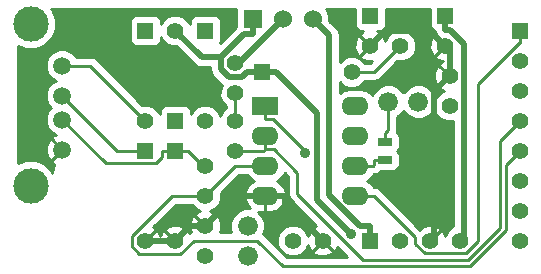
<source format=gbl>
G04 (created by PCBNEW (2013-mar-13)-testing) date Wed 17 Sep 2014 04:23:04 PM PDT*
%MOIN*%
G04 Gerber Fmt 3.4, Leading zero omitted, Abs format*
%FSLAX34Y34*%
G01*
G70*
G90*
G04 APERTURE LIST*
%ADD10C,0.005906*%
%ADD11R,0.055000X0.055000*%
%ADD12C,0.055000*%
%ADD13C,0.066000*%
%ADD14R,0.090000X0.062000*%
%ADD15O,0.090000X0.062000*%
%ADD16R,0.060000X0.060000*%
%ADD17C,0.060000*%
%ADD18C,0.059100*%
%ADD19C,0.118100*%
%ADD20R,0.045000X0.025000*%
%ADD21C,0.035000*%
%ADD22C,0.020000*%
%ADD23C,0.010000*%
G04 APERTURE END LIST*
G54D10*
G54D11*
X56000Y-36500D03*
G54D12*
X56000Y-37500D03*
X50917Y-44000D03*
X51917Y-44000D03*
G54D11*
X46000Y-37000D03*
G54D12*
X46000Y-40000D03*
G54D11*
X46000Y-41000D03*
G54D12*
X46000Y-44000D03*
G54D11*
X47000Y-41000D03*
G54D12*
X47000Y-44000D03*
G54D11*
X49877Y-38385D03*
G54D12*
X52877Y-38385D03*
G54D13*
X54106Y-39370D03*
X55106Y-39370D03*
G54D11*
X48000Y-37000D03*
G54D12*
X48000Y-40000D03*
G54D11*
X47000Y-40000D03*
G54D12*
X47000Y-37000D03*
G54D13*
X49409Y-43500D03*
X49409Y-44500D03*
G54D14*
X50000Y-39500D03*
G54D15*
X50000Y-40500D03*
X50000Y-41500D03*
X50000Y-42500D03*
X53000Y-42500D03*
X53000Y-41500D03*
X53000Y-40500D03*
X53000Y-39500D03*
G54D16*
X49590Y-36614D03*
G54D17*
X50590Y-36614D03*
X51590Y-36614D03*
G54D18*
X43228Y-40966D03*
X43228Y-39966D03*
X43228Y-39166D03*
X43228Y-38166D03*
G54D19*
X42178Y-42166D03*
X42178Y-36766D03*
G54D11*
X58500Y-37000D03*
G54D12*
X58500Y-38000D03*
X58500Y-39000D03*
X58500Y-40000D03*
X58500Y-41000D03*
X58500Y-42000D03*
X58500Y-43000D03*
X58500Y-44000D03*
G54D11*
X53500Y-44000D03*
G54D12*
X54500Y-44000D03*
X55500Y-44000D03*
X56500Y-44000D03*
X49000Y-38082D03*
X49000Y-39082D03*
X49000Y-40000D03*
X49000Y-41000D03*
X48000Y-41500D03*
X48000Y-42500D03*
X56141Y-39500D03*
X56141Y-38500D03*
X48000Y-43500D03*
X48000Y-44500D03*
G54D20*
X54000Y-41300D03*
X54000Y-40700D03*
G54D11*
X53500Y-36500D03*
G54D12*
X53500Y-37500D03*
X54500Y-37500D03*
G54D21*
X52853Y-43774D03*
X51334Y-41081D03*
G54D22*
X52128Y-37151D02*
X51590Y-36614D01*
X52128Y-42489D02*
X52128Y-37151D01*
X53163Y-43524D02*
X52128Y-42489D01*
X53500Y-43524D02*
X53163Y-43524D01*
X53500Y-44000D02*
X53500Y-43524D01*
X49590Y-36614D02*
X49590Y-37114D01*
X49877Y-38385D02*
X49402Y-38385D01*
X47879Y-37879D02*
X47000Y-37000D01*
X48512Y-37879D02*
X47879Y-37879D01*
X49277Y-37114D02*
X48512Y-37879D01*
X49590Y-37114D02*
X49277Y-37114D01*
X49230Y-38558D02*
X49402Y-38385D01*
X48786Y-38558D02*
X49230Y-38558D01*
X48512Y-38283D02*
X48786Y-38558D01*
X48512Y-37879D02*
X48512Y-38283D01*
X49877Y-38385D02*
X50353Y-38385D01*
X51719Y-39752D02*
X50353Y-38385D01*
X51719Y-42641D02*
X51719Y-39752D01*
X52853Y-43774D02*
X51719Y-42641D01*
X50650Y-42732D02*
X51917Y-44000D01*
X50650Y-42500D02*
X50650Y-42732D01*
X50000Y-42500D02*
X50650Y-42500D01*
X47500Y-43500D02*
X48000Y-43500D01*
X47000Y-44000D02*
X47500Y-43500D01*
X49000Y-42500D02*
X50000Y-42500D01*
X48000Y-43500D02*
X49000Y-42500D01*
X46000Y-44000D02*
X47000Y-44000D01*
X55507Y-37007D02*
X56000Y-37500D01*
X53992Y-37007D02*
X55507Y-37007D01*
X53500Y-37500D02*
X53992Y-37007D01*
X56141Y-37641D02*
X56141Y-38500D01*
X56000Y-37500D02*
X56141Y-37641D01*
X55636Y-39005D02*
X56141Y-38500D01*
X55636Y-43863D02*
X55636Y-39005D01*
X55500Y-44000D02*
X55636Y-43863D01*
G54D23*
X54106Y-40318D02*
X54106Y-39370D01*
X54000Y-40424D02*
X54106Y-40318D01*
X54000Y-40700D02*
X54000Y-40424D01*
X49000Y-41500D02*
X48000Y-42500D01*
X50000Y-41500D02*
X49000Y-41500D01*
X58025Y-41474D02*
X58500Y-41000D01*
X58025Y-43648D02*
X58025Y-41474D01*
X56828Y-44845D02*
X58025Y-43648D01*
X50584Y-44845D02*
X56828Y-44845D01*
X49738Y-44000D02*
X50584Y-44845D01*
X47610Y-44000D02*
X49738Y-44000D01*
X47174Y-44435D02*
X47610Y-44000D01*
X45790Y-44435D02*
X47174Y-44435D01*
X45551Y-44196D02*
X45790Y-44435D01*
X45551Y-43841D02*
X45551Y-44196D01*
X46893Y-42500D02*
X45551Y-43841D01*
X48000Y-42500D02*
X46893Y-42500D01*
X53614Y-38385D02*
X52877Y-38385D01*
X54500Y-37500D02*
X53614Y-38385D01*
X47925Y-41500D02*
X47425Y-41000D01*
X48000Y-41500D02*
X47925Y-41500D01*
X47000Y-41000D02*
X47425Y-41000D01*
X46574Y-41212D02*
X46574Y-41000D01*
X46362Y-41425D02*
X46574Y-41212D01*
X44686Y-41425D02*
X46362Y-41425D01*
X43228Y-39966D02*
X44686Y-41425D01*
X47000Y-41000D02*
X46574Y-41000D01*
X49000Y-40000D02*
X49000Y-39082D01*
X45061Y-41000D02*
X43228Y-39166D01*
X46000Y-41000D02*
X45061Y-41000D01*
X50274Y-39960D02*
X50000Y-39960D01*
X51334Y-41019D02*
X50274Y-39960D01*
X51334Y-41081D02*
X51334Y-41019D01*
X50000Y-39500D02*
X50000Y-39960D01*
X49960Y-41000D02*
X50000Y-40960D01*
X49000Y-41000D02*
X49960Y-41000D01*
X50000Y-40500D02*
X50000Y-40960D01*
X50275Y-40960D02*
X50000Y-40960D01*
X51058Y-41743D02*
X50275Y-40960D01*
X51058Y-42450D02*
X51058Y-41743D01*
X53253Y-44645D02*
X51058Y-42450D01*
X56745Y-44645D02*
X53253Y-44645D01*
X57825Y-43566D02*
X56745Y-44645D01*
X57825Y-40674D02*
X57825Y-43566D01*
X58500Y-40000D02*
X57825Y-40674D01*
X44166Y-38166D02*
X46000Y-40000D01*
X43228Y-38166D02*
X44166Y-38166D01*
X58500Y-37000D02*
X58500Y-37425D01*
X53617Y-42500D02*
X53000Y-42500D01*
X55000Y-43882D02*
X53617Y-42500D01*
X55000Y-44102D02*
X55000Y-43882D01*
X55325Y-44428D02*
X55000Y-44102D01*
X56679Y-44428D02*
X55325Y-44428D01*
X57095Y-44012D02*
X56679Y-44428D01*
X57095Y-38776D02*
X57095Y-44012D01*
X58446Y-37425D02*
X57095Y-38776D01*
X58500Y-37425D02*
X58446Y-37425D01*
X53624Y-41475D02*
X53600Y-41500D01*
X53624Y-41300D02*
X53624Y-41475D01*
X53000Y-41500D02*
X53600Y-41500D01*
X54000Y-41300D02*
X53624Y-41300D01*
G54D22*
X49122Y-38082D02*
X50590Y-36614D01*
X49000Y-38082D02*
X49122Y-38082D01*
X56000Y-36500D02*
X56000Y-36975D01*
X56620Y-43879D02*
X56500Y-44000D01*
X56620Y-37446D02*
X56620Y-43879D01*
X56148Y-36975D02*
X56620Y-37446D01*
X56000Y-36975D02*
X56148Y-36975D01*
G54D10*
G36*
X49040Y-36860D02*
X49030Y-36866D01*
X48491Y-37405D01*
X48525Y-37324D01*
X48525Y-37225D01*
X48525Y-36675D01*
X48486Y-36583D01*
X48416Y-36513D01*
X48324Y-36475D01*
X48225Y-36475D01*
X47675Y-36475D01*
X47583Y-36513D01*
X47513Y-36583D01*
X47475Y-36675D01*
X47475Y-36774D01*
X47475Y-36774D01*
X47445Y-36703D01*
X47297Y-36555D01*
X47104Y-36475D01*
X46896Y-36474D01*
X46703Y-36554D01*
X46555Y-36702D01*
X46525Y-36774D01*
X46525Y-36675D01*
X46486Y-36583D01*
X46416Y-36513D01*
X46324Y-36475D01*
X46225Y-36475D01*
X45675Y-36475D01*
X45583Y-36513D01*
X45513Y-36583D01*
X45475Y-36675D01*
X45475Y-36774D01*
X45475Y-37324D01*
X45513Y-37416D01*
X45583Y-37486D01*
X45675Y-37525D01*
X45774Y-37525D01*
X46324Y-37525D01*
X46416Y-37486D01*
X46486Y-37416D01*
X46525Y-37324D01*
X46525Y-37225D01*
X46525Y-37225D01*
X46554Y-37297D01*
X46702Y-37444D01*
X46895Y-37524D01*
X47030Y-37525D01*
X47632Y-38127D01*
X47745Y-38203D01*
X47879Y-38229D01*
X48162Y-38229D01*
X48162Y-38283D01*
X48189Y-38417D01*
X48264Y-38531D01*
X48539Y-38805D01*
X48544Y-38809D01*
X48475Y-38977D01*
X48474Y-39186D01*
X48554Y-39379D01*
X48700Y-39525D01*
X48700Y-39557D01*
X48555Y-39702D01*
X48499Y-39835D01*
X48445Y-39703D01*
X48297Y-39555D01*
X48104Y-39475D01*
X47896Y-39474D01*
X47703Y-39554D01*
X47555Y-39702D01*
X47525Y-39774D01*
X47525Y-39675D01*
X47486Y-39583D01*
X47416Y-39513D01*
X47324Y-39475D01*
X47225Y-39475D01*
X46675Y-39475D01*
X46583Y-39513D01*
X46513Y-39583D01*
X46475Y-39675D01*
X46475Y-39774D01*
X46475Y-39774D01*
X46445Y-39703D01*
X46297Y-39555D01*
X46104Y-39475D01*
X45899Y-39474D01*
X44379Y-37954D01*
X44281Y-37889D01*
X44166Y-37866D01*
X43694Y-37866D01*
X43691Y-37858D01*
X43537Y-37704D01*
X43337Y-37621D01*
X43120Y-37621D01*
X42919Y-37704D01*
X42766Y-37857D01*
X42682Y-38057D01*
X42682Y-38274D01*
X42765Y-38475D01*
X42918Y-38629D01*
X43009Y-38666D01*
X42919Y-38704D01*
X42766Y-38857D01*
X42682Y-39057D01*
X42682Y-39274D01*
X42765Y-39475D01*
X42856Y-39566D01*
X42766Y-39657D01*
X42682Y-39857D01*
X42682Y-40074D01*
X42765Y-40275D01*
X42918Y-40429D01*
X43008Y-40466D01*
X42937Y-40492D01*
X42901Y-40516D01*
X42879Y-40617D01*
X43228Y-40966D01*
X43233Y-40961D01*
X43234Y-40961D01*
X43228Y-40966D01*
X43234Y-40972D01*
X43233Y-40972D01*
X43228Y-40967D01*
X43228Y-40967D01*
X43228Y-40966D01*
X42879Y-40617D01*
X42778Y-40640D01*
X42687Y-40837D01*
X42679Y-41054D01*
X42754Y-41257D01*
X42778Y-41293D01*
X42879Y-41315D01*
X43228Y-40966D01*
X43228Y-40967D01*
X42879Y-41316D01*
X42901Y-41417D01*
X42959Y-41443D01*
X42908Y-41568D01*
X42907Y-41731D01*
X42891Y-41691D01*
X42655Y-41454D01*
X42346Y-41326D01*
X42011Y-41326D01*
X41769Y-41426D01*
X41769Y-37507D01*
X42010Y-37607D01*
X42344Y-37607D01*
X42653Y-37479D01*
X42890Y-37243D01*
X43018Y-36934D01*
X43018Y-36600D01*
X42891Y-36291D01*
X42869Y-36269D01*
X49040Y-36269D01*
X49040Y-36363D01*
X49040Y-36860D01*
X49040Y-36860D01*
G37*
G54D23*
X49040Y-36860D02*
X49030Y-36866D01*
X48491Y-37405D01*
X48525Y-37324D01*
X48525Y-37225D01*
X48525Y-36675D01*
X48486Y-36583D01*
X48416Y-36513D01*
X48324Y-36475D01*
X48225Y-36475D01*
X47675Y-36475D01*
X47583Y-36513D01*
X47513Y-36583D01*
X47475Y-36675D01*
X47475Y-36774D01*
X47475Y-36774D01*
X47445Y-36703D01*
X47297Y-36555D01*
X47104Y-36475D01*
X46896Y-36474D01*
X46703Y-36554D01*
X46555Y-36702D01*
X46525Y-36774D01*
X46525Y-36675D01*
X46486Y-36583D01*
X46416Y-36513D01*
X46324Y-36475D01*
X46225Y-36475D01*
X45675Y-36475D01*
X45583Y-36513D01*
X45513Y-36583D01*
X45475Y-36675D01*
X45475Y-36774D01*
X45475Y-37324D01*
X45513Y-37416D01*
X45583Y-37486D01*
X45675Y-37525D01*
X45774Y-37525D01*
X46324Y-37525D01*
X46416Y-37486D01*
X46486Y-37416D01*
X46525Y-37324D01*
X46525Y-37225D01*
X46525Y-37225D01*
X46554Y-37297D01*
X46702Y-37444D01*
X46895Y-37524D01*
X47030Y-37525D01*
X47632Y-38127D01*
X47745Y-38203D01*
X47879Y-38229D01*
X48162Y-38229D01*
X48162Y-38283D01*
X48189Y-38417D01*
X48264Y-38531D01*
X48539Y-38805D01*
X48544Y-38809D01*
X48475Y-38977D01*
X48474Y-39186D01*
X48554Y-39379D01*
X48700Y-39525D01*
X48700Y-39557D01*
X48555Y-39702D01*
X48499Y-39835D01*
X48445Y-39703D01*
X48297Y-39555D01*
X48104Y-39475D01*
X47896Y-39474D01*
X47703Y-39554D01*
X47555Y-39702D01*
X47525Y-39774D01*
X47525Y-39675D01*
X47486Y-39583D01*
X47416Y-39513D01*
X47324Y-39475D01*
X47225Y-39475D01*
X46675Y-39475D01*
X46583Y-39513D01*
X46513Y-39583D01*
X46475Y-39675D01*
X46475Y-39774D01*
X46475Y-39774D01*
X46445Y-39703D01*
X46297Y-39555D01*
X46104Y-39475D01*
X45899Y-39474D01*
X44379Y-37954D01*
X44281Y-37889D01*
X44166Y-37866D01*
X43694Y-37866D01*
X43691Y-37858D01*
X43537Y-37704D01*
X43337Y-37621D01*
X43120Y-37621D01*
X42919Y-37704D01*
X42766Y-37857D01*
X42682Y-38057D01*
X42682Y-38274D01*
X42765Y-38475D01*
X42918Y-38629D01*
X43009Y-38666D01*
X42919Y-38704D01*
X42766Y-38857D01*
X42682Y-39057D01*
X42682Y-39274D01*
X42765Y-39475D01*
X42856Y-39566D01*
X42766Y-39657D01*
X42682Y-39857D01*
X42682Y-40074D01*
X42765Y-40275D01*
X42918Y-40429D01*
X43008Y-40466D01*
X42937Y-40492D01*
X42901Y-40516D01*
X42879Y-40617D01*
X43228Y-40966D01*
X43233Y-40961D01*
X43234Y-40961D01*
X43228Y-40966D01*
X43234Y-40972D01*
X43233Y-40972D01*
X43228Y-40967D01*
X43228Y-40967D01*
X43228Y-40966D01*
X42879Y-40617D01*
X42778Y-40640D01*
X42687Y-40837D01*
X42679Y-41054D01*
X42754Y-41257D01*
X42778Y-41293D01*
X42879Y-41315D01*
X43228Y-40966D01*
X43228Y-40967D01*
X42879Y-41316D01*
X42901Y-41417D01*
X42959Y-41443D01*
X42908Y-41568D01*
X42907Y-41731D01*
X42891Y-41691D01*
X42655Y-41454D01*
X42346Y-41326D01*
X42011Y-41326D01*
X41769Y-41426D01*
X41769Y-37507D01*
X42010Y-37607D01*
X42344Y-37607D01*
X42653Y-37479D01*
X42890Y-37243D01*
X43018Y-36934D01*
X43018Y-36600D01*
X42891Y-36291D01*
X42869Y-36269D01*
X49040Y-36269D01*
X49040Y-36363D01*
X49040Y-36860D01*
G54D10*
G36*
X52729Y-44545D02*
X52251Y-44545D01*
X52251Y-44334D01*
X51917Y-44000D01*
X51917Y-44000D01*
X51917Y-44000D01*
X51582Y-43665D01*
X51484Y-43685D01*
X51416Y-43832D01*
X51362Y-43703D01*
X51215Y-43555D01*
X51022Y-43475D01*
X50813Y-43474D01*
X50693Y-43524D01*
X50693Y-42587D01*
X50637Y-42500D01*
X50000Y-42500D01*
X50000Y-43060D01*
X50140Y-43060D01*
X50354Y-43017D01*
X50536Y-42895D01*
X50657Y-42714D01*
X50693Y-42587D01*
X50693Y-43524D01*
X50620Y-43554D01*
X50472Y-43702D01*
X50392Y-43895D01*
X50392Y-44103D01*
X50471Y-44297D01*
X50619Y-44444D01*
X50812Y-44524D01*
X51021Y-44525D01*
X51214Y-44445D01*
X51362Y-44297D01*
X51417Y-44163D01*
X51461Y-44279D01*
X51484Y-44314D01*
X51582Y-44334D01*
X51917Y-44000D01*
X51917Y-44000D01*
X51583Y-44334D01*
X51602Y-44433D01*
X51792Y-44520D01*
X52001Y-44528D01*
X52197Y-44456D01*
X52231Y-44433D01*
X52251Y-44334D01*
X52251Y-44545D01*
X50708Y-44545D01*
X49950Y-43787D01*
X49924Y-43770D01*
X49989Y-43615D01*
X49989Y-43385D01*
X49901Y-43171D01*
X49772Y-43042D01*
X49859Y-43060D01*
X49999Y-43060D01*
X49999Y-42500D01*
X49362Y-42500D01*
X49306Y-42587D01*
X49342Y-42714D01*
X49463Y-42895D01*
X49500Y-42920D01*
X49294Y-42919D01*
X49081Y-43008D01*
X48918Y-43171D01*
X48829Y-43384D01*
X48829Y-43614D01*
X48864Y-43700D01*
X48485Y-43700D01*
X48520Y-43624D01*
X48528Y-43416D01*
X48456Y-43220D01*
X48433Y-43185D01*
X48334Y-43165D01*
X48000Y-43500D01*
X48005Y-43505D01*
X48005Y-43505D01*
X48000Y-43500D01*
X47994Y-43505D01*
X47994Y-43505D01*
X47999Y-43500D01*
X47665Y-43165D01*
X47566Y-43185D01*
X47479Y-43375D01*
X47471Y-43583D01*
X47520Y-43717D01*
X47495Y-43722D01*
X47464Y-43743D01*
X47456Y-43720D01*
X47433Y-43685D01*
X47334Y-43665D01*
X47334Y-43666D01*
X47334Y-43665D01*
X47314Y-43566D01*
X47124Y-43479D01*
X46916Y-43471D01*
X46720Y-43543D01*
X46685Y-43566D01*
X46665Y-43665D01*
X47000Y-43999D01*
X47334Y-43665D01*
X47334Y-43666D01*
X47000Y-44000D01*
X47005Y-44005D01*
X47005Y-44005D01*
X47000Y-44000D01*
X46994Y-44005D01*
X46994Y-44005D01*
X46999Y-44000D01*
X46665Y-43665D01*
X46566Y-43685D01*
X46498Y-43834D01*
X46456Y-43720D01*
X46433Y-43685D01*
X46334Y-43665D01*
X46000Y-44000D01*
X46005Y-44005D01*
X46005Y-44005D01*
X46000Y-44000D01*
X45994Y-44005D01*
X45994Y-44005D01*
X45999Y-44000D01*
X45994Y-43994D01*
X45994Y-43994D01*
X46000Y-43999D01*
X46334Y-43665D01*
X46314Y-43566D01*
X46271Y-43546D01*
X47017Y-42800D01*
X47557Y-42800D01*
X47702Y-42944D01*
X47836Y-43000D01*
X47720Y-43043D01*
X47685Y-43066D01*
X47665Y-43165D01*
X48000Y-43499D01*
X48334Y-43165D01*
X48314Y-43066D01*
X48167Y-42998D01*
X48297Y-42945D01*
X48444Y-42797D01*
X48524Y-42604D01*
X48525Y-42399D01*
X49124Y-41800D01*
X49386Y-41800D01*
X49450Y-41895D01*
X49612Y-42004D01*
X49463Y-42104D01*
X49342Y-42285D01*
X49306Y-42412D01*
X49362Y-42499D01*
X49999Y-42499D01*
X49999Y-42491D01*
X50000Y-42491D01*
X50000Y-42499D01*
X50637Y-42499D01*
X50693Y-42412D01*
X50657Y-42285D01*
X50536Y-42104D01*
X50387Y-42004D01*
X50549Y-41895D01*
X50644Y-41753D01*
X50758Y-41867D01*
X50758Y-42450D01*
X50781Y-42565D01*
X50846Y-42662D01*
X51703Y-43519D01*
X51637Y-43543D01*
X51602Y-43566D01*
X51583Y-43665D01*
X51917Y-43999D01*
X51922Y-43994D01*
X51923Y-43994D01*
X51917Y-44000D01*
X52251Y-44334D01*
X52350Y-44314D01*
X52397Y-44213D01*
X52729Y-44545D01*
X52729Y-44545D01*
G37*
G54D23*
X52729Y-44545D02*
X52251Y-44545D01*
X52251Y-44334D01*
X51917Y-44000D01*
X51917Y-44000D01*
X51917Y-44000D01*
X51582Y-43665D01*
X51484Y-43685D01*
X51416Y-43832D01*
X51362Y-43703D01*
X51215Y-43555D01*
X51022Y-43475D01*
X50813Y-43474D01*
X50693Y-43524D01*
X50693Y-42587D01*
X50637Y-42500D01*
X50000Y-42500D01*
X50000Y-43060D01*
X50140Y-43060D01*
X50354Y-43017D01*
X50536Y-42895D01*
X50657Y-42714D01*
X50693Y-42587D01*
X50693Y-43524D01*
X50620Y-43554D01*
X50472Y-43702D01*
X50392Y-43895D01*
X50392Y-44103D01*
X50471Y-44297D01*
X50619Y-44444D01*
X50812Y-44524D01*
X51021Y-44525D01*
X51214Y-44445D01*
X51362Y-44297D01*
X51417Y-44163D01*
X51461Y-44279D01*
X51484Y-44314D01*
X51582Y-44334D01*
X51917Y-44000D01*
X51917Y-44000D01*
X51583Y-44334D01*
X51602Y-44433D01*
X51792Y-44520D01*
X52001Y-44528D01*
X52197Y-44456D01*
X52231Y-44433D01*
X52251Y-44334D01*
X52251Y-44545D01*
X50708Y-44545D01*
X49950Y-43787D01*
X49924Y-43770D01*
X49989Y-43615D01*
X49989Y-43385D01*
X49901Y-43171D01*
X49772Y-43042D01*
X49859Y-43060D01*
X49999Y-43060D01*
X49999Y-42500D01*
X49362Y-42500D01*
X49306Y-42587D01*
X49342Y-42714D01*
X49463Y-42895D01*
X49500Y-42920D01*
X49294Y-42919D01*
X49081Y-43008D01*
X48918Y-43171D01*
X48829Y-43384D01*
X48829Y-43614D01*
X48864Y-43700D01*
X48485Y-43700D01*
X48520Y-43624D01*
X48528Y-43416D01*
X48456Y-43220D01*
X48433Y-43185D01*
X48334Y-43165D01*
X48000Y-43500D01*
X48005Y-43505D01*
X48005Y-43505D01*
X48000Y-43500D01*
X47994Y-43505D01*
X47994Y-43505D01*
X47999Y-43500D01*
X47665Y-43165D01*
X47566Y-43185D01*
X47479Y-43375D01*
X47471Y-43583D01*
X47520Y-43717D01*
X47495Y-43722D01*
X47464Y-43743D01*
X47456Y-43720D01*
X47433Y-43685D01*
X47334Y-43665D01*
X47334Y-43666D01*
X47334Y-43665D01*
X47314Y-43566D01*
X47124Y-43479D01*
X46916Y-43471D01*
X46720Y-43543D01*
X46685Y-43566D01*
X46665Y-43665D01*
X47000Y-43999D01*
X47334Y-43665D01*
X47334Y-43666D01*
X47000Y-44000D01*
X47005Y-44005D01*
X47005Y-44005D01*
X47000Y-44000D01*
X46994Y-44005D01*
X46994Y-44005D01*
X46999Y-44000D01*
X46665Y-43665D01*
X46566Y-43685D01*
X46498Y-43834D01*
X46456Y-43720D01*
X46433Y-43685D01*
X46334Y-43665D01*
X46000Y-44000D01*
X46005Y-44005D01*
X46005Y-44005D01*
X46000Y-44000D01*
X45994Y-44005D01*
X45994Y-44005D01*
X45999Y-44000D01*
X45994Y-43994D01*
X45994Y-43994D01*
X46000Y-43999D01*
X46334Y-43665D01*
X46314Y-43566D01*
X46271Y-43546D01*
X47017Y-42800D01*
X47557Y-42800D01*
X47702Y-42944D01*
X47836Y-43000D01*
X47720Y-43043D01*
X47685Y-43066D01*
X47665Y-43165D01*
X48000Y-43499D01*
X48334Y-43165D01*
X48314Y-43066D01*
X48167Y-42998D01*
X48297Y-42945D01*
X48444Y-42797D01*
X48524Y-42604D01*
X48525Y-42399D01*
X49124Y-41800D01*
X49386Y-41800D01*
X49450Y-41895D01*
X49612Y-42004D01*
X49463Y-42104D01*
X49342Y-42285D01*
X49306Y-42412D01*
X49362Y-42499D01*
X49999Y-42499D01*
X49999Y-42491D01*
X50000Y-42491D01*
X50000Y-42499D01*
X50637Y-42499D01*
X50693Y-42412D01*
X50657Y-42285D01*
X50536Y-42104D01*
X50387Y-42004D01*
X50549Y-41895D01*
X50644Y-41753D01*
X50758Y-41867D01*
X50758Y-42450D01*
X50781Y-42565D01*
X50846Y-42662D01*
X51703Y-43519D01*
X51637Y-43543D01*
X51602Y-43566D01*
X51583Y-43665D01*
X51917Y-43999D01*
X51922Y-43994D01*
X51923Y-43994D01*
X51917Y-44000D01*
X52251Y-44334D01*
X52350Y-44314D01*
X52397Y-44213D01*
X52729Y-44545D01*
G54D10*
G36*
X56147Y-38505D02*
X56147Y-38505D01*
X56141Y-38500D01*
X56141Y-38500D01*
X56141Y-38500D01*
X55807Y-38165D01*
X55708Y-38185D01*
X55621Y-38375D01*
X55613Y-38583D01*
X55685Y-38779D01*
X55708Y-38814D01*
X55807Y-38834D01*
X56141Y-38500D01*
X56141Y-38500D01*
X55807Y-38834D01*
X55827Y-38933D01*
X55974Y-39001D01*
X55844Y-39054D01*
X55696Y-39202D01*
X55680Y-39241D01*
X55598Y-39041D01*
X55435Y-38878D01*
X55222Y-38790D01*
X54991Y-38789D01*
X54778Y-38878D01*
X54614Y-39041D01*
X54606Y-39061D01*
X54598Y-39041D01*
X54435Y-38878D01*
X54222Y-38790D01*
X53991Y-38789D01*
X53778Y-38878D01*
X53614Y-39041D01*
X53573Y-39140D01*
X53549Y-39104D01*
X53368Y-38982D01*
X53153Y-38940D01*
X52846Y-38940D01*
X52631Y-38982D01*
X52478Y-39085D01*
X52478Y-38728D01*
X52580Y-38830D01*
X52773Y-38910D01*
X52981Y-38910D01*
X53174Y-38831D01*
X53320Y-38685D01*
X53614Y-38685D01*
X53614Y-38685D01*
X53728Y-38662D01*
X53728Y-38662D01*
X53826Y-38597D01*
X54399Y-38024D01*
X54603Y-38025D01*
X54797Y-37945D01*
X54944Y-37797D01*
X55024Y-37604D01*
X55025Y-37396D01*
X54945Y-37203D01*
X54797Y-37055D01*
X54604Y-36975D01*
X54396Y-36974D01*
X54203Y-37054D01*
X54055Y-37202D01*
X53999Y-37336D01*
X53956Y-37220D01*
X53933Y-37185D01*
X53834Y-37165D01*
X53500Y-37500D01*
X53505Y-37505D01*
X53505Y-37505D01*
X53500Y-37500D01*
X53499Y-37500D01*
X53499Y-37500D01*
X53165Y-37165D01*
X53066Y-37185D01*
X52979Y-37375D01*
X52971Y-37583D01*
X53043Y-37779D01*
X53066Y-37814D01*
X53165Y-37834D01*
X53499Y-37500D01*
X53499Y-37500D01*
X53165Y-37834D01*
X53185Y-37933D01*
X53375Y-38020D01*
X53548Y-38027D01*
X53489Y-38085D01*
X53320Y-38085D01*
X53175Y-37941D01*
X52982Y-37860D01*
X52773Y-37860D01*
X52580Y-37940D01*
X52478Y-38042D01*
X52478Y-37151D01*
X52451Y-37017D01*
X52451Y-37017D01*
X52375Y-36904D01*
X52140Y-36669D01*
X52140Y-36505D01*
X52057Y-36303D01*
X52023Y-36269D01*
X52975Y-36269D01*
X52975Y-36274D01*
X52975Y-36824D01*
X53013Y-36916D01*
X53083Y-36986D01*
X53175Y-37025D01*
X53270Y-37025D01*
X53220Y-37043D01*
X53185Y-37066D01*
X53165Y-37165D01*
X53500Y-37499D01*
X53834Y-37165D01*
X53814Y-37066D01*
X53723Y-37025D01*
X53824Y-37025D01*
X53916Y-36986D01*
X53986Y-36916D01*
X54025Y-36824D01*
X54025Y-36725D01*
X54025Y-36269D01*
X55475Y-36269D01*
X55475Y-36274D01*
X55475Y-36824D01*
X55513Y-36916D01*
X55583Y-36986D01*
X55658Y-37018D01*
X55676Y-37109D01*
X55676Y-37109D01*
X55665Y-37165D01*
X56000Y-37499D01*
X56005Y-37494D01*
X56005Y-37494D01*
X56000Y-37500D01*
X56005Y-37505D01*
X56005Y-37505D01*
X56000Y-37500D01*
X55999Y-37500D01*
X55999Y-37500D01*
X55665Y-37165D01*
X55566Y-37185D01*
X55479Y-37375D01*
X55471Y-37583D01*
X55543Y-37779D01*
X55566Y-37814D01*
X55665Y-37834D01*
X55999Y-37500D01*
X55999Y-37500D01*
X55665Y-37834D01*
X55685Y-37933D01*
X55875Y-38020D01*
X55919Y-38022D01*
X55861Y-38043D01*
X55827Y-38066D01*
X55807Y-38165D01*
X56141Y-38499D01*
X56147Y-38494D01*
X56147Y-38494D01*
X56142Y-38500D01*
X56147Y-38505D01*
X56147Y-38505D01*
G37*
G54D23*
X56147Y-38505D02*
X56147Y-38505D01*
X56141Y-38500D01*
X56141Y-38500D01*
X56141Y-38500D01*
X55807Y-38165D01*
X55708Y-38185D01*
X55621Y-38375D01*
X55613Y-38583D01*
X55685Y-38779D01*
X55708Y-38814D01*
X55807Y-38834D01*
X56141Y-38500D01*
X56141Y-38500D01*
X55807Y-38834D01*
X55827Y-38933D01*
X55974Y-39001D01*
X55844Y-39054D01*
X55696Y-39202D01*
X55680Y-39241D01*
X55598Y-39041D01*
X55435Y-38878D01*
X55222Y-38790D01*
X54991Y-38789D01*
X54778Y-38878D01*
X54614Y-39041D01*
X54606Y-39061D01*
X54598Y-39041D01*
X54435Y-38878D01*
X54222Y-38790D01*
X53991Y-38789D01*
X53778Y-38878D01*
X53614Y-39041D01*
X53573Y-39140D01*
X53549Y-39104D01*
X53368Y-38982D01*
X53153Y-38940D01*
X52846Y-38940D01*
X52631Y-38982D01*
X52478Y-39085D01*
X52478Y-38728D01*
X52580Y-38830D01*
X52773Y-38910D01*
X52981Y-38910D01*
X53174Y-38831D01*
X53320Y-38685D01*
X53614Y-38685D01*
X53614Y-38685D01*
X53728Y-38662D01*
X53728Y-38662D01*
X53826Y-38597D01*
X54399Y-38024D01*
X54603Y-38025D01*
X54797Y-37945D01*
X54944Y-37797D01*
X55024Y-37604D01*
X55025Y-37396D01*
X54945Y-37203D01*
X54797Y-37055D01*
X54604Y-36975D01*
X54396Y-36974D01*
X54203Y-37054D01*
X54055Y-37202D01*
X53999Y-37336D01*
X53956Y-37220D01*
X53933Y-37185D01*
X53834Y-37165D01*
X53500Y-37500D01*
X53505Y-37505D01*
X53505Y-37505D01*
X53500Y-37500D01*
X53499Y-37500D01*
X53499Y-37500D01*
X53165Y-37165D01*
X53066Y-37185D01*
X52979Y-37375D01*
X52971Y-37583D01*
X53043Y-37779D01*
X53066Y-37814D01*
X53165Y-37834D01*
X53499Y-37500D01*
X53499Y-37500D01*
X53165Y-37834D01*
X53185Y-37933D01*
X53375Y-38020D01*
X53548Y-38027D01*
X53489Y-38085D01*
X53320Y-38085D01*
X53175Y-37941D01*
X52982Y-37860D01*
X52773Y-37860D01*
X52580Y-37940D01*
X52478Y-38042D01*
X52478Y-37151D01*
X52451Y-37017D01*
X52451Y-37017D01*
X52375Y-36904D01*
X52140Y-36669D01*
X52140Y-36505D01*
X52057Y-36303D01*
X52023Y-36269D01*
X52975Y-36269D01*
X52975Y-36274D01*
X52975Y-36824D01*
X53013Y-36916D01*
X53083Y-36986D01*
X53175Y-37025D01*
X53270Y-37025D01*
X53220Y-37043D01*
X53185Y-37066D01*
X53165Y-37165D01*
X53500Y-37499D01*
X53834Y-37165D01*
X53814Y-37066D01*
X53723Y-37025D01*
X53824Y-37025D01*
X53916Y-36986D01*
X53986Y-36916D01*
X54025Y-36824D01*
X54025Y-36725D01*
X54025Y-36269D01*
X55475Y-36269D01*
X55475Y-36274D01*
X55475Y-36824D01*
X55513Y-36916D01*
X55583Y-36986D01*
X55658Y-37018D01*
X55676Y-37109D01*
X55676Y-37109D01*
X55665Y-37165D01*
X56000Y-37499D01*
X56005Y-37494D01*
X56005Y-37494D01*
X56000Y-37500D01*
X56005Y-37505D01*
X56005Y-37505D01*
X56000Y-37500D01*
X55999Y-37500D01*
X55999Y-37500D01*
X55665Y-37165D01*
X55566Y-37185D01*
X55479Y-37375D01*
X55471Y-37583D01*
X55543Y-37779D01*
X55566Y-37814D01*
X55665Y-37834D01*
X55999Y-37500D01*
X55999Y-37500D01*
X55665Y-37834D01*
X55685Y-37933D01*
X55875Y-38020D01*
X55919Y-38022D01*
X55861Y-38043D01*
X55827Y-38066D01*
X55807Y-38165D01*
X56141Y-38499D01*
X56147Y-38494D01*
X56147Y-38494D01*
X56142Y-38500D01*
X56147Y-38505D01*
G54D10*
G36*
X56270Y-43526D02*
X56203Y-43554D01*
X56055Y-43702D01*
X55999Y-43836D01*
X55956Y-43720D01*
X55933Y-43685D01*
X55834Y-43665D01*
X55500Y-44000D01*
X55505Y-44005D01*
X55505Y-44005D01*
X55500Y-44000D01*
X55494Y-44005D01*
X55494Y-44005D01*
X55499Y-44000D01*
X55494Y-43994D01*
X55494Y-43994D01*
X55500Y-43999D01*
X55834Y-43665D01*
X55814Y-43566D01*
X55624Y-43479D01*
X55416Y-43471D01*
X55220Y-43543D01*
X55185Y-43566D01*
X55172Y-43630D01*
X53829Y-42287D01*
X53732Y-42222D01*
X53617Y-42200D01*
X53613Y-42200D01*
X53549Y-42104D01*
X53394Y-41999D01*
X53549Y-41895D01*
X53615Y-41796D01*
X53615Y-41796D01*
X53714Y-41777D01*
X53714Y-41777D01*
X53812Y-41712D01*
X53837Y-41687D01*
X53845Y-41675D01*
X54274Y-41675D01*
X54366Y-41636D01*
X54436Y-41566D01*
X54475Y-41474D01*
X54475Y-41375D01*
X54475Y-41125D01*
X54436Y-41033D01*
X54403Y-41000D01*
X54436Y-40966D01*
X54475Y-40874D01*
X54475Y-40775D01*
X54475Y-40525D01*
X54436Y-40433D01*
X54392Y-40388D01*
X54406Y-40318D01*
X54406Y-39873D01*
X54434Y-39862D01*
X54597Y-39699D01*
X54606Y-39678D01*
X54614Y-39698D01*
X54777Y-39861D01*
X54990Y-39949D01*
X55221Y-39950D01*
X55434Y-39862D01*
X55597Y-39699D01*
X55626Y-39628D01*
X55696Y-39797D01*
X55843Y-39944D01*
X56036Y-40024D01*
X56245Y-40025D01*
X56270Y-40014D01*
X56270Y-43526D01*
X56270Y-43526D01*
G37*
G54D23*
X56270Y-43526D02*
X56203Y-43554D01*
X56055Y-43702D01*
X55999Y-43836D01*
X55956Y-43720D01*
X55933Y-43685D01*
X55834Y-43665D01*
X55500Y-44000D01*
X55505Y-44005D01*
X55505Y-44005D01*
X55500Y-44000D01*
X55494Y-44005D01*
X55494Y-44005D01*
X55499Y-44000D01*
X55494Y-43994D01*
X55494Y-43994D01*
X55500Y-43999D01*
X55834Y-43665D01*
X55814Y-43566D01*
X55624Y-43479D01*
X55416Y-43471D01*
X55220Y-43543D01*
X55185Y-43566D01*
X55172Y-43630D01*
X53829Y-42287D01*
X53732Y-42222D01*
X53617Y-42200D01*
X53613Y-42200D01*
X53549Y-42104D01*
X53394Y-41999D01*
X53549Y-41895D01*
X53615Y-41796D01*
X53615Y-41796D01*
X53714Y-41777D01*
X53714Y-41777D01*
X53812Y-41712D01*
X53837Y-41687D01*
X53845Y-41675D01*
X54274Y-41675D01*
X54366Y-41636D01*
X54436Y-41566D01*
X54475Y-41474D01*
X54475Y-41375D01*
X54475Y-41125D01*
X54436Y-41033D01*
X54403Y-41000D01*
X54436Y-40966D01*
X54475Y-40874D01*
X54475Y-40775D01*
X54475Y-40525D01*
X54436Y-40433D01*
X54392Y-40388D01*
X54406Y-40318D01*
X54406Y-39873D01*
X54434Y-39862D01*
X54597Y-39699D01*
X54606Y-39678D01*
X54614Y-39698D01*
X54777Y-39861D01*
X54990Y-39949D01*
X55221Y-39950D01*
X55434Y-39862D01*
X55597Y-39699D01*
X55626Y-39628D01*
X55696Y-39797D01*
X55843Y-39944D01*
X56036Y-40024D01*
X56245Y-40025D01*
X56270Y-40014D01*
X56270Y-43526D01*
G54D10*
G36*
X58505Y-43005D02*
X58505Y-43005D01*
X58500Y-43000D01*
X58494Y-43005D01*
X58494Y-43005D01*
X58499Y-43000D01*
X58494Y-42994D01*
X58494Y-42994D01*
X58500Y-42999D01*
X58505Y-42994D01*
X58505Y-42994D01*
X58500Y-43000D01*
X58505Y-43005D01*
X58505Y-43005D01*
G37*
G54D23*
X58505Y-43005D02*
X58505Y-43005D01*
X58500Y-43000D01*
X58494Y-43005D01*
X58494Y-43005D01*
X58499Y-43000D01*
X58494Y-42994D01*
X58494Y-42994D01*
X58500Y-42999D01*
X58505Y-42994D01*
X58505Y-42994D01*
X58500Y-43000D01*
X58505Y-43005D01*
M02*

</source>
